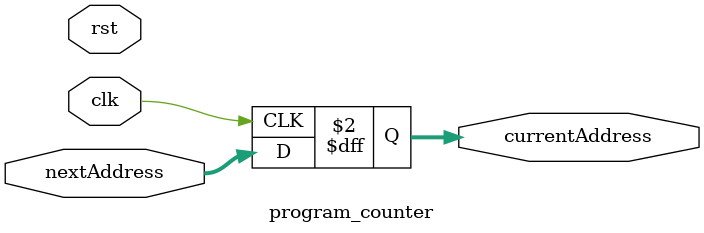
<source format=v>
`ifndef PROGRAMCOUNTER_V
`define PROGRAMCOUNTER_V

module program_counter (clk, rst, nextAddress, currentAddress);

  input wire clk;
  input wire rst;
  input wire [31:0] nextAddress;
  output reg [31:0] currentAddress;

  always@(posedge clk) begin
    currentAddress <= nextAddress;
  end

endmodule

`endif

</source>
